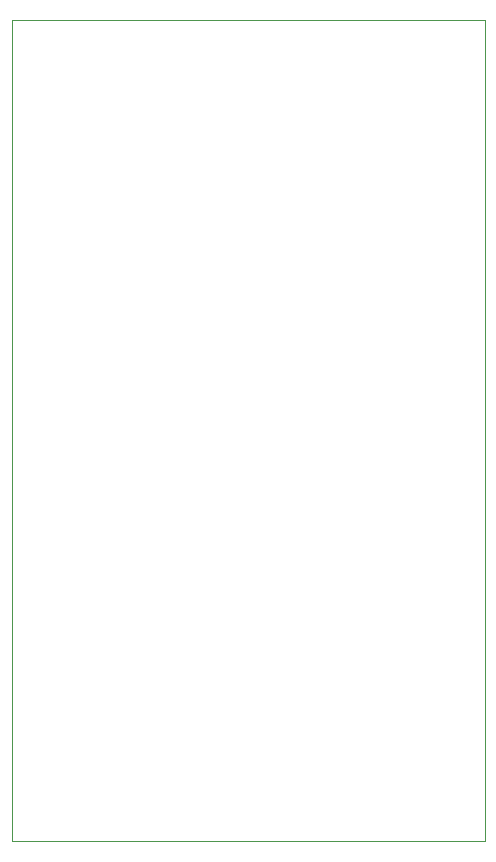
<source format=gm1>
%TF.GenerationSoftware,KiCad,Pcbnew,9.0.4*%
%TF.CreationDate,2025-10-04T23:27:53+02:00*%
%TF.ProjectId,zVMC_PCB,7a564d43-5f50-4434-922e-6b696361645f,rev?*%
%TF.SameCoordinates,Original*%
%TF.FileFunction,Profile,NP*%
%FSLAX46Y46*%
G04 Gerber Fmt 4.6, Leading zero omitted, Abs format (unit mm)*
G04 Created by KiCad (PCBNEW 9.0.4) date 2025-10-04 23:27:53*
%MOMM*%
%LPD*%
G01*
G04 APERTURE LIST*
%TA.AperFunction,Profile*%
%ADD10C,0.050000*%
%TD*%
G04 APERTURE END LIST*
D10*
X60000000Y-110500000D02*
X100000000Y-110500000D01*
X100000000Y-180000000D01*
X60000000Y-180000000D01*
X60000000Y-110500000D01*
M02*

</source>
